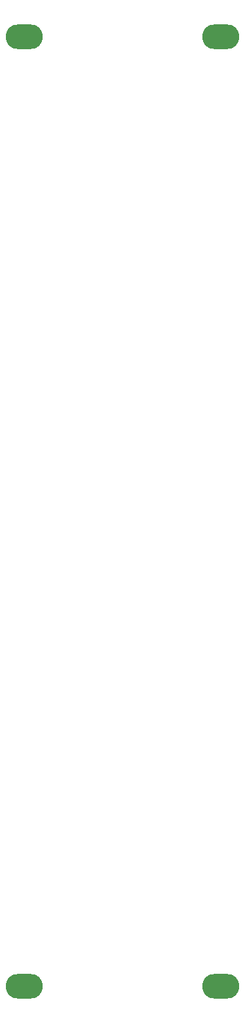
<source format=gts>
%TF.GenerationSoftware,KiCad,Pcbnew,8.0.6*%
%TF.CreationDate,2024-11-05T14:35:24+11:00*%
%TF.ProjectId,Blank_3U8HP,426c616e-6b5f-4335-9538-48502e6b6963,rev?*%
%TF.SameCoordinates,Original*%
%TF.FileFunction,Soldermask,Top*%
%TF.FilePolarity,Negative*%
%FSLAX46Y46*%
G04 Gerber Fmt 4.6, Leading zero omitted, Abs format (unit mm)*
G04 Created by KiCad (PCBNEW 8.0.6) date 2024-11-05 14:35:24*
%MOMM*%
%LPD*%
G01*
G04 APERTURE LIST*
%ADD10O,4.800000X3.200000*%
G04 APERTURE END LIST*
D10*
%TO.C,H3*%
X33020000Y-5425000D03*
%TD*%
%TO.C,H1*%
X7620000Y-5425000D03*
%TD*%
%TO.C,H4*%
X33020000Y-127925000D03*
%TD*%
%TO.C,H2*%
X7620000Y-127925000D03*
%TD*%
M02*

</source>
